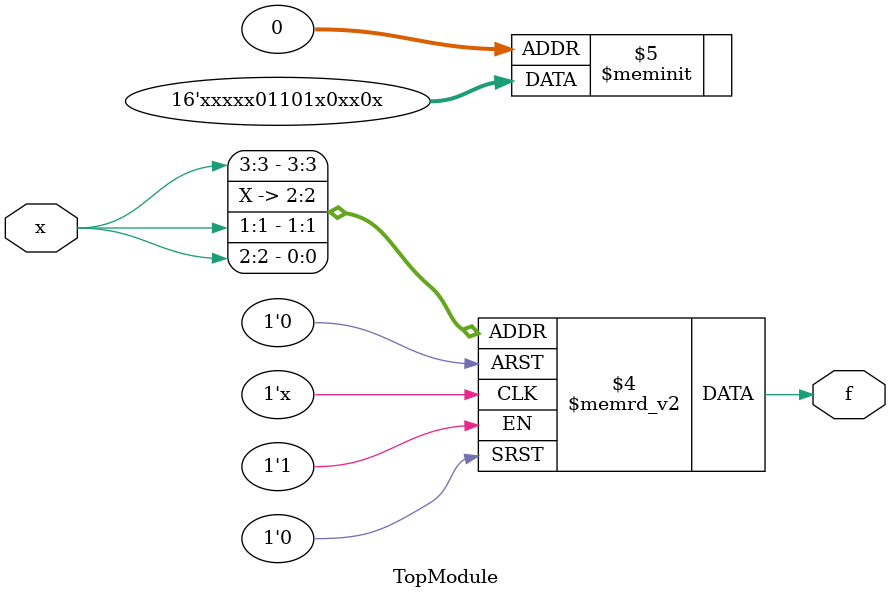
<source format=sv>
module TopModule (
    input logic [3:0] x,
    output logic f
);

always @(*) begin
    case ({x[3], x[4], x[1], x[2]})
        4'b0000: f = 1'bx; // d
        4'b0001: f = 1'b0;
        4'b0010: f = 1'bx; // d
        4'b0011: f = 1'bx; // d
        4'b0100: f = 1'b0;
        4'b0101: f = 1'bx; // d
        4'b0110: f = 1'b1;
        4'b0111: f = 1'b0;
        4'b1000: f = 1'b1;
        4'b1001: f = 1'b1;
        4'b1010: f = 1'b0;
        4'b1011: f = 1'bx; // d
        4'b1100: f = 1'bx; // d
        4'b1101: f = 1'bx; // d
        4'b1110: f = 1'bx; // d
        4'b1111: f = 1'bx; // d
        default: f = 1'b0; // Default case
    endcase
end

endmodule
</source>
